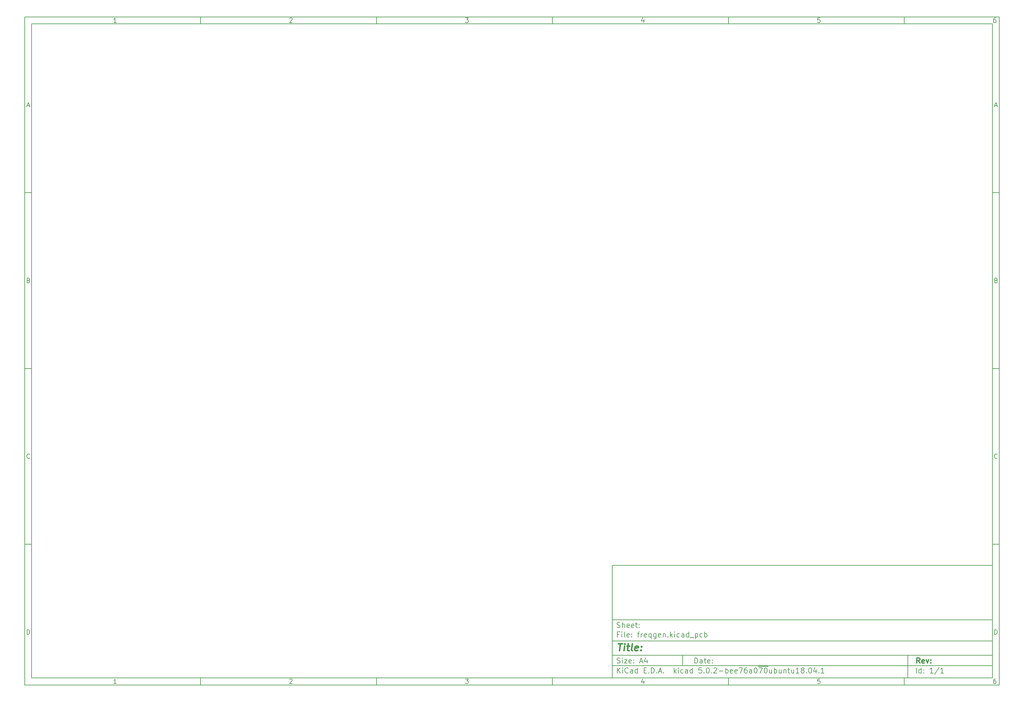
<source format=gbr>
G04 #@! TF.GenerationSoftware,KiCad,Pcbnew,5.0.2-bee76a0~70~ubuntu18.04.1*
G04 #@! TF.CreationDate,2019-03-06T00:46:13+05:30*
G04 #@! TF.ProjectId,freqgen,66726571-6765-46e2-9e6b-696361645f70,rev?*
G04 #@! TF.SameCoordinates,Original*
G04 #@! TF.FileFunction,Paste,Top*
G04 #@! TF.FilePolarity,Positive*
%FSLAX46Y46*%
G04 Gerber Fmt 4.6, Leading zero omitted, Abs format (unit mm)*
G04 Created by KiCad (PCBNEW 5.0.2-bee76a0~70~ubuntu18.04.1) date Wed Mar  6 00:46:13 2019*
%MOMM*%
%LPD*%
G01*
G04 APERTURE LIST*
%ADD10C,0.100000*%
%ADD11C,0.150000*%
%ADD12C,0.300000*%
%ADD13C,0.400000*%
G04 APERTURE END LIST*
D10*
D11*
X177002200Y-166007200D02*
X177002200Y-198007200D01*
X285002200Y-198007200D01*
X285002200Y-166007200D01*
X177002200Y-166007200D01*
D10*
D11*
X10000000Y-10000000D02*
X10000000Y-200007200D01*
X287002200Y-200007200D01*
X287002200Y-10000000D01*
X10000000Y-10000000D01*
D10*
D11*
X12000000Y-12000000D02*
X12000000Y-198007200D01*
X285002200Y-198007200D01*
X285002200Y-12000000D01*
X12000000Y-12000000D01*
D10*
D11*
X60000000Y-12000000D02*
X60000000Y-10000000D01*
D10*
D11*
X110000000Y-12000000D02*
X110000000Y-10000000D01*
D10*
D11*
X160000000Y-12000000D02*
X160000000Y-10000000D01*
D10*
D11*
X210000000Y-12000000D02*
X210000000Y-10000000D01*
D10*
D11*
X260000000Y-12000000D02*
X260000000Y-10000000D01*
D10*
D11*
X36065476Y-11588095D02*
X35322619Y-11588095D01*
X35694047Y-11588095D02*
X35694047Y-10288095D01*
X35570238Y-10473809D01*
X35446428Y-10597619D01*
X35322619Y-10659523D01*
D10*
D11*
X85322619Y-10411904D02*
X85384523Y-10350000D01*
X85508333Y-10288095D01*
X85817857Y-10288095D01*
X85941666Y-10350000D01*
X86003571Y-10411904D01*
X86065476Y-10535714D01*
X86065476Y-10659523D01*
X86003571Y-10845238D01*
X85260714Y-11588095D01*
X86065476Y-11588095D01*
D10*
D11*
X135260714Y-10288095D02*
X136065476Y-10288095D01*
X135632142Y-10783333D01*
X135817857Y-10783333D01*
X135941666Y-10845238D01*
X136003571Y-10907142D01*
X136065476Y-11030952D01*
X136065476Y-11340476D01*
X136003571Y-11464285D01*
X135941666Y-11526190D01*
X135817857Y-11588095D01*
X135446428Y-11588095D01*
X135322619Y-11526190D01*
X135260714Y-11464285D01*
D10*
D11*
X185941666Y-10721428D02*
X185941666Y-11588095D01*
X185632142Y-10226190D02*
X185322619Y-11154761D01*
X186127380Y-11154761D01*
D10*
D11*
X236003571Y-10288095D02*
X235384523Y-10288095D01*
X235322619Y-10907142D01*
X235384523Y-10845238D01*
X235508333Y-10783333D01*
X235817857Y-10783333D01*
X235941666Y-10845238D01*
X236003571Y-10907142D01*
X236065476Y-11030952D01*
X236065476Y-11340476D01*
X236003571Y-11464285D01*
X235941666Y-11526190D01*
X235817857Y-11588095D01*
X235508333Y-11588095D01*
X235384523Y-11526190D01*
X235322619Y-11464285D01*
D10*
D11*
X285941666Y-10288095D02*
X285694047Y-10288095D01*
X285570238Y-10350000D01*
X285508333Y-10411904D01*
X285384523Y-10597619D01*
X285322619Y-10845238D01*
X285322619Y-11340476D01*
X285384523Y-11464285D01*
X285446428Y-11526190D01*
X285570238Y-11588095D01*
X285817857Y-11588095D01*
X285941666Y-11526190D01*
X286003571Y-11464285D01*
X286065476Y-11340476D01*
X286065476Y-11030952D01*
X286003571Y-10907142D01*
X285941666Y-10845238D01*
X285817857Y-10783333D01*
X285570238Y-10783333D01*
X285446428Y-10845238D01*
X285384523Y-10907142D01*
X285322619Y-11030952D01*
D10*
D11*
X60000000Y-198007200D02*
X60000000Y-200007200D01*
D10*
D11*
X110000000Y-198007200D02*
X110000000Y-200007200D01*
D10*
D11*
X160000000Y-198007200D02*
X160000000Y-200007200D01*
D10*
D11*
X210000000Y-198007200D02*
X210000000Y-200007200D01*
D10*
D11*
X260000000Y-198007200D02*
X260000000Y-200007200D01*
D10*
D11*
X36065476Y-199595295D02*
X35322619Y-199595295D01*
X35694047Y-199595295D02*
X35694047Y-198295295D01*
X35570238Y-198481009D01*
X35446428Y-198604819D01*
X35322619Y-198666723D01*
D10*
D11*
X85322619Y-198419104D02*
X85384523Y-198357200D01*
X85508333Y-198295295D01*
X85817857Y-198295295D01*
X85941666Y-198357200D01*
X86003571Y-198419104D01*
X86065476Y-198542914D01*
X86065476Y-198666723D01*
X86003571Y-198852438D01*
X85260714Y-199595295D01*
X86065476Y-199595295D01*
D10*
D11*
X135260714Y-198295295D02*
X136065476Y-198295295D01*
X135632142Y-198790533D01*
X135817857Y-198790533D01*
X135941666Y-198852438D01*
X136003571Y-198914342D01*
X136065476Y-199038152D01*
X136065476Y-199347676D01*
X136003571Y-199471485D01*
X135941666Y-199533390D01*
X135817857Y-199595295D01*
X135446428Y-199595295D01*
X135322619Y-199533390D01*
X135260714Y-199471485D01*
D10*
D11*
X185941666Y-198728628D02*
X185941666Y-199595295D01*
X185632142Y-198233390D02*
X185322619Y-199161961D01*
X186127380Y-199161961D01*
D10*
D11*
X236003571Y-198295295D02*
X235384523Y-198295295D01*
X235322619Y-198914342D01*
X235384523Y-198852438D01*
X235508333Y-198790533D01*
X235817857Y-198790533D01*
X235941666Y-198852438D01*
X236003571Y-198914342D01*
X236065476Y-199038152D01*
X236065476Y-199347676D01*
X236003571Y-199471485D01*
X235941666Y-199533390D01*
X235817857Y-199595295D01*
X235508333Y-199595295D01*
X235384523Y-199533390D01*
X235322619Y-199471485D01*
D10*
D11*
X285941666Y-198295295D02*
X285694047Y-198295295D01*
X285570238Y-198357200D01*
X285508333Y-198419104D01*
X285384523Y-198604819D01*
X285322619Y-198852438D01*
X285322619Y-199347676D01*
X285384523Y-199471485D01*
X285446428Y-199533390D01*
X285570238Y-199595295D01*
X285817857Y-199595295D01*
X285941666Y-199533390D01*
X286003571Y-199471485D01*
X286065476Y-199347676D01*
X286065476Y-199038152D01*
X286003571Y-198914342D01*
X285941666Y-198852438D01*
X285817857Y-198790533D01*
X285570238Y-198790533D01*
X285446428Y-198852438D01*
X285384523Y-198914342D01*
X285322619Y-199038152D01*
D10*
D11*
X10000000Y-60000000D02*
X12000000Y-60000000D01*
D10*
D11*
X10000000Y-110000000D02*
X12000000Y-110000000D01*
D10*
D11*
X10000000Y-160000000D02*
X12000000Y-160000000D01*
D10*
D11*
X10690476Y-35216666D02*
X11309523Y-35216666D01*
X10566666Y-35588095D02*
X11000000Y-34288095D01*
X11433333Y-35588095D01*
D10*
D11*
X11092857Y-84907142D02*
X11278571Y-84969047D01*
X11340476Y-85030952D01*
X11402380Y-85154761D01*
X11402380Y-85340476D01*
X11340476Y-85464285D01*
X11278571Y-85526190D01*
X11154761Y-85588095D01*
X10659523Y-85588095D01*
X10659523Y-84288095D01*
X11092857Y-84288095D01*
X11216666Y-84350000D01*
X11278571Y-84411904D01*
X11340476Y-84535714D01*
X11340476Y-84659523D01*
X11278571Y-84783333D01*
X11216666Y-84845238D01*
X11092857Y-84907142D01*
X10659523Y-84907142D01*
D10*
D11*
X11402380Y-135464285D02*
X11340476Y-135526190D01*
X11154761Y-135588095D01*
X11030952Y-135588095D01*
X10845238Y-135526190D01*
X10721428Y-135402380D01*
X10659523Y-135278571D01*
X10597619Y-135030952D01*
X10597619Y-134845238D01*
X10659523Y-134597619D01*
X10721428Y-134473809D01*
X10845238Y-134350000D01*
X11030952Y-134288095D01*
X11154761Y-134288095D01*
X11340476Y-134350000D01*
X11402380Y-134411904D01*
D10*
D11*
X10659523Y-185588095D02*
X10659523Y-184288095D01*
X10969047Y-184288095D01*
X11154761Y-184350000D01*
X11278571Y-184473809D01*
X11340476Y-184597619D01*
X11402380Y-184845238D01*
X11402380Y-185030952D01*
X11340476Y-185278571D01*
X11278571Y-185402380D01*
X11154761Y-185526190D01*
X10969047Y-185588095D01*
X10659523Y-185588095D01*
D10*
D11*
X287002200Y-60000000D02*
X285002200Y-60000000D01*
D10*
D11*
X287002200Y-110000000D02*
X285002200Y-110000000D01*
D10*
D11*
X287002200Y-160000000D02*
X285002200Y-160000000D01*
D10*
D11*
X285692676Y-35216666D02*
X286311723Y-35216666D01*
X285568866Y-35588095D02*
X286002200Y-34288095D01*
X286435533Y-35588095D01*
D10*
D11*
X286095057Y-84907142D02*
X286280771Y-84969047D01*
X286342676Y-85030952D01*
X286404580Y-85154761D01*
X286404580Y-85340476D01*
X286342676Y-85464285D01*
X286280771Y-85526190D01*
X286156961Y-85588095D01*
X285661723Y-85588095D01*
X285661723Y-84288095D01*
X286095057Y-84288095D01*
X286218866Y-84350000D01*
X286280771Y-84411904D01*
X286342676Y-84535714D01*
X286342676Y-84659523D01*
X286280771Y-84783333D01*
X286218866Y-84845238D01*
X286095057Y-84907142D01*
X285661723Y-84907142D01*
D10*
D11*
X286404580Y-135464285D02*
X286342676Y-135526190D01*
X286156961Y-135588095D01*
X286033152Y-135588095D01*
X285847438Y-135526190D01*
X285723628Y-135402380D01*
X285661723Y-135278571D01*
X285599819Y-135030952D01*
X285599819Y-134845238D01*
X285661723Y-134597619D01*
X285723628Y-134473809D01*
X285847438Y-134350000D01*
X286033152Y-134288095D01*
X286156961Y-134288095D01*
X286342676Y-134350000D01*
X286404580Y-134411904D01*
D10*
D11*
X285661723Y-185588095D02*
X285661723Y-184288095D01*
X285971247Y-184288095D01*
X286156961Y-184350000D01*
X286280771Y-184473809D01*
X286342676Y-184597619D01*
X286404580Y-184845238D01*
X286404580Y-185030952D01*
X286342676Y-185278571D01*
X286280771Y-185402380D01*
X286156961Y-185526190D01*
X285971247Y-185588095D01*
X285661723Y-185588095D01*
D10*
D11*
X200434342Y-193785771D02*
X200434342Y-192285771D01*
X200791485Y-192285771D01*
X201005771Y-192357200D01*
X201148628Y-192500057D01*
X201220057Y-192642914D01*
X201291485Y-192928628D01*
X201291485Y-193142914D01*
X201220057Y-193428628D01*
X201148628Y-193571485D01*
X201005771Y-193714342D01*
X200791485Y-193785771D01*
X200434342Y-193785771D01*
X202577200Y-193785771D02*
X202577200Y-193000057D01*
X202505771Y-192857200D01*
X202362914Y-192785771D01*
X202077200Y-192785771D01*
X201934342Y-192857200D01*
X202577200Y-193714342D02*
X202434342Y-193785771D01*
X202077200Y-193785771D01*
X201934342Y-193714342D01*
X201862914Y-193571485D01*
X201862914Y-193428628D01*
X201934342Y-193285771D01*
X202077200Y-193214342D01*
X202434342Y-193214342D01*
X202577200Y-193142914D01*
X203077200Y-192785771D02*
X203648628Y-192785771D01*
X203291485Y-192285771D02*
X203291485Y-193571485D01*
X203362914Y-193714342D01*
X203505771Y-193785771D01*
X203648628Y-193785771D01*
X204720057Y-193714342D02*
X204577200Y-193785771D01*
X204291485Y-193785771D01*
X204148628Y-193714342D01*
X204077200Y-193571485D01*
X204077200Y-193000057D01*
X204148628Y-192857200D01*
X204291485Y-192785771D01*
X204577200Y-192785771D01*
X204720057Y-192857200D01*
X204791485Y-193000057D01*
X204791485Y-193142914D01*
X204077200Y-193285771D01*
X205434342Y-193642914D02*
X205505771Y-193714342D01*
X205434342Y-193785771D01*
X205362914Y-193714342D01*
X205434342Y-193642914D01*
X205434342Y-193785771D01*
X205434342Y-192857200D02*
X205505771Y-192928628D01*
X205434342Y-193000057D01*
X205362914Y-192928628D01*
X205434342Y-192857200D01*
X205434342Y-193000057D01*
D10*
D11*
X177002200Y-194507200D02*
X285002200Y-194507200D01*
D10*
D11*
X178434342Y-196585771D02*
X178434342Y-195085771D01*
X179291485Y-196585771D02*
X178648628Y-195728628D01*
X179291485Y-195085771D02*
X178434342Y-195942914D01*
X179934342Y-196585771D02*
X179934342Y-195585771D01*
X179934342Y-195085771D02*
X179862914Y-195157200D01*
X179934342Y-195228628D01*
X180005771Y-195157200D01*
X179934342Y-195085771D01*
X179934342Y-195228628D01*
X181505771Y-196442914D02*
X181434342Y-196514342D01*
X181220057Y-196585771D01*
X181077200Y-196585771D01*
X180862914Y-196514342D01*
X180720057Y-196371485D01*
X180648628Y-196228628D01*
X180577200Y-195942914D01*
X180577200Y-195728628D01*
X180648628Y-195442914D01*
X180720057Y-195300057D01*
X180862914Y-195157200D01*
X181077200Y-195085771D01*
X181220057Y-195085771D01*
X181434342Y-195157200D01*
X181505771Y-195228628D01*
X182791485Y-196585771D02*
X182791485Y-195800057D01*
X182720057Y-195657200D01*
X182577200Y-195585771D01*
X182291485Y-195585771D01*
X182148628Y-195657200D01*
X182791485Y-196514342D02*
X182648628Y-196585771D01*
X182291485Y-196585771D01*
X182148628Y-196514342D01*
X182077200Y-196371485D01*
X182077200Y-196228628D01*
X182148628Y-196085771D01*
X182291485Y-196014342D01*
X182648628Y-196014342D01*
X182791485Y-195942914D01*
X184148628Y-196585771D02*
X184148628Y-195085771D01*
X184148628Y-196514342D02*
X184005771Y-196585771D01*
X183720057Y-196585771D01*
X183577200Y-196514342D01*
X183505771Y-196442914D01*
X183434342Y-196300057D01*
X183434342Y-195871485D01*
X183505771Y-195728628D01*
X183577200Y-195657200D01*
X183720057Y-195585771D01*
X184005771Y-195585771D01*
X184148628Y-195657200D01*
X186005771Y-195800057D02*
X186505771Y-195800057D01*
X186720057Y-196585771D02*
X186005771Y-196585771D01*
X186005771Y-195085771D01*
X186720057Y-195085771D01*
X187362914Y-196442914D02*
X187434342Y-196514342D01*
X187362914Y-196585771D01*
X187291485Y-196514342D01*
X187362914Y-196442914D01*
X187362914Y-196585771D01*
X188077200Y-196585771D02*
X188077200Y-195085771D01*
X188434342Y-195085771D01*
X188648628Y-195157200D01*
X188791485Y-195300057D01*
X188862914Y-195442914D01*
X188934342Y-195728628D01*
X188934342Y-195942914D01*
X188862914Y-196228628D01*
X188791485Y-196371485D01*
X188648628Y-196514342D01*
X188434342Y-196585771D01*
X188077200Y-196585771D01*
X189577200Y-196442914D02*
X189648628Y-196514342D01*
X189577200Y-196585771D01*
X189505771Y-196514342D01*
X189577200Y-196442914D01*
X189577200Y-196585771D01*
X190220057Y-196157200D02*
X190934342Y-196157200D01*
X190077200Y-196585771D02*
X190577200Y-195085771D01*
X191077200Y-196585771D01*
X191577200Y-196442914D02*
X191648628Y-196514342D01*
X191577200Y-196585771D01*
X191505771Y-196514342D01*
X191577200Y-196442914D01*
X191577200Y-196585771D01*
X194577200Y-196585771D02*
X194577200Y-195085771D01*
X194720057Y-196014342D02*
X195148628Y-196585771D01*
X195148628Y-195585771D02*
X194577200Y-196157200D01*
X195791485Y-196585771D02*
X195791485Y-195585771D01*
X195791485Y-195085771D02*
X195720057Y-195157200D01*
X195791485Y-195228628D01*
X195862914Y-195157200D01*
X195791485Y-195085771D01*
X195791485Y-195228628D01*
X197148628Y-196514342D02*
X197005771Y-196585771D01*
X196720057Y-196585771D01*
X196577200Y-196514342D01*
X196505771Y-196442914D01*
X196434342Y-196300057D01*
X196434342Y-195871485D01*
X196505771Y-195728628D01*
X196577200Y-195657200D01*
X196720057Y-195585771D01*
X197005771Y-195585771D01*
X197148628Y-195657200D01*
X198434342Y-196585771D02*
X198434342Y-195800057D01*
X198362914Y-195657200D01*
X198220057Y-195585771D01*
X197934342Y-195585771D01*
X197791485Y-195657200D01*
X198434342Y-196514342D02*
X198291485Y-196585771D01*
X197934342Y-196585771D01*
X197791485Y-196514342D01*
X197720057Y-196371485D01*
X197720057Y-196228628D01*
X197791485Y-196085771D01*
X197934342Y-196014342D01*
X198291485Y-196014342D01*
X198434342Y-195942914D01*
X199791485Y-196585771D02*
X199791485Y-195085771D01*
X199791485Y-196514342D02*
X199648628Y-196585771D01*
X199362914Y-196585771D01*
X199220057Y-196514342D01*
X199148628Y-196442914D01*
X199077200Y-196300057D01*
X199077200Y-195871485D01*
X199148628Y-195728628D01*
X199220057Y-195657200D01*
X199362914Y-195585771D01*
X199648628Y-195585771D01*
X199791485Y-195657200D01*
X202362914Y-195085771D02*
X201648628Y-195085771D01*
X201577200Y-195800057D01*
X201648628Y-195728628D01*
X201791485Y-195657200D01*
X202148628Y-195657200D01*
X202291485Y-195728628D01*
X202362914Y-195800057D01*
X202434342Y-195942914D01*
X202434342Y-196300057D01*
X202362914Y-196442914D01*
X202291485Y-196514342D01*
X202148628Y-196585771D01*
X201791485Y-196585771D01*
X201648628Y-196514342D01*
X201577200Y-196442914D01*
X203077200Y-196442914D02*
X203148628Y-196514342D01*
X203077200Y-196585771D01*
X203005771Y-196514342D01*
X203077200Y-196442914D01*
X203077200Y-196585771D01*
X204077200Y-195085771D02*
X204220057Y-195085771D01*
X204362914Y-195157200D01*
X204434342Y-195228628D01*
X204505771Y-195371485D01*
X204577200Y-195657200D01*
X204577200Y-196014342D01*
X204505771Y-196300057D01*
X204434342Y-196442914D01*
X204362914Y-196514342D01*
X204220057Y-196585771D01*
X204077200Y-196585771D01*
X203934342Y-196514342D01*
X203862914Y-196442914D01*
X203791485Y-196300057D01*
X203720057Y-196014342D01*
X203720057Y-195657200D01*
X203791485Y-195371485D01*
X203862914Y-195228628D01*
X203934342Y-195157200D01*
X204077200Y-195085771D01*
X205220057Y-196442914D02*
X205291485Y-196514342D01*
X205220057Y-196585771D01*
X205148628Y-196514342D01*
X205220057Y-196442914D01*
X205220057Y-196585771D01*
X205862914Y-195228628D02*
X205934342Y-195157200D01*
X206077200Y-195085771D01*
X206434342Y-195085771D01*
X206577200Y-195157200D01*
X206648628Y-195228628D01*
X206720057Y-195371485D01*
X206720057Y-195514342D01*
X206648628Y-195728628D01*
X205791485Y-196585771D01*
X206720057Y-196585771D01*
X207362914Y-196014342D02*
X208505771Y-196014342D01*
X209220057Y-196585771D02*
X209220057Y-195085771D01*
X209220057Y-195657200D02*
X209362914Y-195585771D01*
X209648628Y-195585771D01*
X209791485Y-195657200D01*
X209862914Y-195728628D01*
X209934342Y-195871485D01*
X209934342Y-196300057D01*
X209862914Y-196442914D01*
X209791485Y-196514342D01*
X209648628Y-196585771D01*
X209362914Y-196585771D01*
X209220057Y-196514342D01*
X211148628Y-196514342D02*
X211005771Y-196585771D01*
X210720057Y-196585771D01*
X210577200Y-196514342D01*
X210505771Y-196371485D01*
X210505771Y-195800057D01*
X210577200Y-195657200D01*
X210720057Y-195585771D01*
X211005771Y-195585771D01*
X211148628Y-195657200D01*
X211220057Y-195800057D01*
X211220057Y-195942914D01*
X210505771Y-196085771D01*
X212434342Y-196514342D02*
X212291485Y-196585771D01*
X212005771Y-196585771D01*
X211862914Y-196514342D01*
X211791485Y-196371485D01*
X211791485Y-195800057D01*
X211862914Y-195657200D01*
X212005771Y-195585771D01*
X212291485Y-195585771D01*
X212434342Y-195657200D01*
X212505771Y-195800057D01*
X212505771Y-195942914D01*
X211791485Y-196085771D01*
X213005771Y-195085771D02*
X214005771Y-195085771D01*
X213362914Y-196585771D01*
X215220057Y-195085771D02*
X214934342Y-195085771D01*
X214791485Y-195157200D01*
X214720057Y-195228628D01*
X214577200Y-195442914D01*
X214505771Y-195728628D01*
X214505771Y-196300057D01*
X214577200Y-196442914D01*
X214648628Y-196514342D01*
X214791485Y-196585771D01*
X215077200Y-196585771D01*
X215220057Y-196514342D01*
X215291485Y-196442914D01*
X215362914Y-196300057D01*
X215362914Y-195942914D01*
X215291485Y-195800057D01*
X215220057Y-195728628D01*
X215077200Y-195657200D01*
X214791485Y-195657200D01*
X214648628Y-195728628D01*
X214577200Y-195800057D01*
X214505771Y-195942914D01*
X216648628Y-196585771D02*
X216648628Y-195800057D01*
X216577200Y-195657200D01*
X216434342Y-195585771D01*
X216148628Y-195585771D01*
X216005771Y-195657200D01*
X216648628Y-196514342D02*
X216505771Y-196585771D01*
X216148628Y-196585771D01*
X216005771Y-196514342D01*
X215934342Y-196371485D01*
X215934342Y-196228628D01*
X216005771Y-196085771D01*
X216148628Y-196014342D01*
X216505771Y-196014342D01*
X216648628Y-195942914D01*
X217648628Y-195085771D02*
X217791485Y-195085771D01*
X217934342Y-195157200D01*
X218005771Y-195228628D01*
X218077200Y-195371485D01*
X218148628Y-195657200D01*
X218148628Y-196014342D01*
X218077200Y-196300057D01*
X218005771Y-196442914D01*
X217934342Y-196514342D01*
X217791485Y-196585771D01*
X217648628Y-196585771D01*
X217505771Y-196514342D01*
X217434342Y-196442914D01*
X217362914Y-196300057D01*
X217291485Y-196014342D01*
X217291485Y-195657200D01*
X217362914Y-195371485D01*
X217434342Y-195228628D01*
X217505771Y-195157200D01*
X217648628Y-195085771D01*
X218434342Y-194677200D02*
X219862914Y-194677200D01*
X218648628Y-195085771D02*
X219648628Y-195085771D01*
X219005771Y-196585771D01*
X219862914Y-194677200D02*
X221291485Y-194677200D01*
X220505771Y-195085771D02*
X220648628Y-195085771D01*
X220791485Y-195157200D01*
X220862914Y-195228628D01*
X220934342Y-195371485D01*
X221005771Y-195657200D01*
X221005771Y-196014342D01*
X220934342Y-196300057D01*
X220862914Y-196442914D01*
X220791485Y-196514342D01*
X220648628Y-196585771D01*
X220505771Y-196585771D01*
X220362914Y-196514342D01*
X220291485Y-196442914D01*
X220220057Y-196300057D01*
X220148628Y-196014342D01*
X220148628Y-195657200D01*
X220220057Y-195371485D01*
X220291485Y-195228628D01*
X220362914Y-195157200D01*
X220505771Y-195085771D01*
X222291485Y-195585771D02*
X222291485Y-196585771D01*
X221648628Y-195585771D02*
X221648628Y-196371485D01*
X221720057Y-196514342D01*
X221862914Y-196585771D01*
X222077200Y-196585771D01*
X222220057Y-196514342D01*
X222291485Y-196442914D01*
X223005771Y-196585771D02*
X223005771Y-195085771D01*
X223005771Y-195657200D02*
X223148628Y-195585771D01*
X223434342Y-195585771D01*
X223577200Y-195657200D01*
X223648628Y-195728628D01*
X223720057Y-195871485D01*
X223720057Y-196300057D01*
X223648628Y-196442914D01*
X223577200Y-196514342D01*
X223434342Y-196585771D01*
X223148628Y-196585771D01*
X223005771Y-196514342D01*
X225005771Y-195585771D02*
X225005771Y-196585771D01*
X224362914Y-195585771D02*
X224362914Y-196371485D01*
X224434342Y-196514342D01*
X224577200Y-196585771D01*
X224791485Y-196585771D01*
X224934342Y-196514342D01*
X225005771Y-196442914D01*
X225720057Y-195585771D02*
X225720057Y-196585771D01*
X225720057Y-195728628D02*
X225791485Y-195657200D01*
X225934342Y-195585771D01*
X226148628Y-195585771D01*
X226291485Y-195657200D01*
X226362914Y-195800057D01*
X226362914Y-196585771D01*
X226862914Y-195585771D02*
X227434342Y-195585771D01*
X227077200Y-195085771D02*
X227077200Y-196371485D01*
X227148628Y-196514342D01*
X227291485Y-196585771D01*
X227434342Y-196585771D01*
X228577200Y-195585771D02*
X228577200Y-196585771D01*
X227934342Y-195585771D02*
X227934342Y-196371485D01*
X228005771Y-196514342D01*
X228148628Y-196585771D01*
X228362914Y-196585771D01*
X228505771Y-196514342D01*
X228577200Y-196442914D01*
X230077200Y-196585771D02*
X229220057Y-196585771D01*
X229648628Y-196585771D02*
X229648628Y-195085771D01*
X229505771Y-195300057D01*
X229362914Y-195442914D01*
X229220057Y-195514342D01*
X230934342Y-195728628D02*
X230791485Y-195657200D01*
X230720057Y-195585771D01*
X230648628Y-195442914D01*
X230648628Y-195371485D01*
X230720057Y-195228628D01*
X230791485Y-195157200D01*
X230934342Y-195085771D01*
X231220057Y-195085771D01*
X231362914Y-195157200D01*
X231434342Y-195228628D01*
X231505771Y-195371485D01*
X231505771Y-195442914D01*
X231434342Y-195585771D01*
X231362914Y-195657200D01*
X231220057Y-195728628D01*
X230934342Y-195728628D01*
X230791485Y-195800057D01*
X230720057Y-195871485D01*
X230648628Y-196014342D01*
X230648628Y-196300057D01*
X230720057Y-196442914D01*
X230791485Y-196514342D01*
X230934342Y-196585771D01*
X231220057Y-196585771D01*
X231362914Y-196514342D01*
X231434342Y-196442914D01*
X231505771Y-196300057D01*
X231505771Y-196014342D01*
X231434342Y-195871485D01*
X231362914Y-195800057D01*
X231220057Y-195728628D01*
X232148628Y-196442914D02*
X232220057Y-196514342D01*
X232148628Y-196585771D01*
X232077200Y-196514342D01*
X232148628Y-196442914D01*
X232148628Y-196585771D01*
X233148628Y-195085771D02*
X233291485Y-195085771D01*
X233434342Y-195157200D01*
X233505771Y-195228628D01*
X233577200Y-195371485D01*
X233648628Y-195657200D01*
X233648628Y-196014342D01*
X233577200Y-196300057D01*
X233505771Y-196442914D01*
X233434342Y-196514342D01*
X233291485Y-196585771D01*
X233148628Y-196585771D01*
X233005771Y-196514342D01*
X232934342Y-196442914D01*
X232862914Y-196300057D01*
X232791485Y-196014342D01*
X232791485Y-195657200D01*
X232862914Y-195371485D01*
X232934342Y-195228628D01*
X233005771Y-195157200D01*
X233148628Y-195085771D01*
X234934342Y-195585771D02*
X234934342Y-196585771D01*
X234577200Y-195014342D02*
X234220057Y-196085771D01*
X235148628Y-196085771D01*
X235720057Y-196442914D02*
X235791485Y-196514342D01*
X235720057Y-196585771D01*
X235648628Y-196514342D01*
X235720057Y-196442914D01*
X235720057Y-196585771D01*
X237220057Y-196585771D02*
X236362914Y-196585771D01*
X236791485Y-196585771D02*
X236791485Y-195085771D01*
X236648628Y-195300057D01*
X236505771Y-195442914D01*
X236362914Y-195514342D01*
D10*
D11*
X177002200Y-191507200D02*
X285002200Y-191507200D01*
D10*
D12*
X264411485Y-193785771D02*
X263911485Y-193071485D01*
X263554342Y-193785771D02*
X263554342Y-192285771D01*
X264125771Y-192285771D01*
X264268628Y-192357200D01*
X264340057Y-192428628D01*
X264411485Y-192571485D01*
X264411485Y-192785771D01*
X264340057Y-192928628D01*
X264268628Y-193000057D01*
X264125771Y-193071485D01*
X263554342Y-193071485D01*
X265625771Y-193714342D02*
X265482914Y-193785771D01*
X265197200Y-193785771D01*
X265054342Y-193714342D01*
X264982914Y-193571485D01*
X264982914Y-193000057D01*
X265054342Y-192857200D01*
X265197200Y-192785771D01*
X265482914Y-192785771D01*
X265625771Y-192857200D01*
X265697200Y-193000057D01*
X265697200Y-193142914D01*
X264982914Y-193285771D01*
X266197200Y-192785771D02*
X266554342Y-193785771D01*
X266911485Y-192785771D01*
X267482914Y-193642914D02*
X267554342Y-193714342D01*
X267482914Y-193785771D01*
X267411485Y-193714342D01*
X267482914Y-193642914D01*
X267482914Y-193785771D01*
X267482914Y-192857200D02*
X267554342Y-192928628D01*
X267482914Y-193000057D01*
X267411485Y-192928628D01*
X267482914Y-192857200D01*
X267482914Y-193000057D01*
D10*
D11*
X178362914Y-193714342D02*
X178577200Y-193785771D01*
X178934342Y-193785771D01*
X179077200Y-193714342D01*
X179148628Y-193642914D01*
X179220057Y-193500057D01*
X179220057Y-193357200D01*
X179148628Y-193214342D01*
X179077200Y-193142914D01*
X178934342Y-193071485D01*
X178648628Y-193000057D01*
X178505771Y-192928628D01*
X178434342Y-192857200D01*
X178362914Y-192714342D01*
X178362914Y-192571485D01*
X178434342Y-192428628D01*
X178505771Y-192357200D01*
X178648628Y-192285771D01*
X179005771Y-192285771D01*
X179220057Y-192357200D01*
X179862914Y-193785771D02*
X179862914Y-192785771D01*
X179862914Y-192285771D02*
X179791485Y-192357200D01*
X179862914Y-192428628D01*
X179934342Y-192357200D01*
X179862914Y-192285771D01*
X179862914Y-192428628D01*
X180434342Y-192785771D02*
X181220057Y-192785771D01*
X180434342Y-193785771D01*
X181220057Y-193785771D01*
X182362914Y-193714342D02*
X182220057Y-193785771D01*
X181934342Y-193785771D01*
X181791485Y-193714342D01*
X181720057Y-193571485D01*
X181720057Y-193000057D01*
X181791485Y-192857200D01*
X181934342Y-192785771D01*
X182220057Y-192785771D01*
X182362914Y-192857200D01*
X182434342Y-193000057D01*
X182434342Y-193142914D01*
X181720057Y-193285771D01*
X183077200Y-193642914D02*
X183148628Y-193714342D01*
X183077200Y-193785771D01*
X183005771Y-193714342D01*
X183077200Y-193642914D01*
X183077200Y-193785771D01*
X183077200Y-192857200D02*
X183148628Y-192928628D01*
X183077200Y-193000057D01*
X183005771Y-192928628D01*
X183077200Y-192857200D01*
X183077200Y-193000057D01*
X184862914Y-193357200D02*
X185577200Y-193357200D01*
X184720057Y-193785771D02*
X185220057Y-192285771D01*
X185720057Y-193785771D01*
X186862914Y-192785771D02*
X186862914Y-193785771D01*
X186505771Y-192214342D02*
X186148628Y-193285771D01*
X187077200Y-193285771D01*
D10*
D11*
X263434342Y-196585771D02*
X263434342Y-195085771D01*
X264791485Y-196585771D02*
X264791485Y-195085771D01*
X264791485Y-196514342D02*
X264648628Y-196585771D01*
X264362914Y-196585771D01*
X264220057Y-196514342D01*
X264148628Y-196442914D01*
X264077200Y-196300057D01*
X264077200Y-195871485D01*
X264148628Y-195728628D01*
X264220057Y-195657200D01*
X264362914Y-195585771D01*
X264648628Y-195585771D01*
X264791485Y-195657200D01*
X265505771Y-196442914D02*
X265577200Y-196514342D01*
X265505771Y-196585771D01*
X265434342Y-196514342D01*
X265505771Y-196442914D01*
X265505771Y-196585771D01*
X265505771Y-195657200D02*
X265577200Y-195728628D01*
X265505771Y-195800057D01*
X265434342Y-195728628D01*
X265505771Y-195657200D01*
X265505771Y-195800057D01*
X268148628Y-196585771D02*
X267291485Y-196585771D01*
X267720057Y-196585771D02*
X267720057Y-195085771D01*
X267577200Y-195300057D01*
X267434342Y-195442914D01*
X267291485Y-195514342D01*
X269862914Y-195014342D02*
X268577200Y-196942914D01*
X271148628Y-196585771D02*
X270291485Y-196585771D01*
X270720057Y-196585771D02*
X270720057Y-195085771D01*
X270577200Y-195300057D01*
X270434342Y-195442914D01*
X270291485Y-195514342D01*
D10*
D11*
X177002200Y-187507200D02*
X285002200Y-187507200D01*
D10*
D13*
X178714580Y-188211961D02*
X179857438Y-188211961D01*
X179036009Y-190211961D02*
X179286009Y-188211961D01*
X180274104Y-190211961D02*
X180440771Y-188878628D01*
X180524104Y-188211961D02*
X180416961Y-188307200D01*
X180500295Y-188402438D01*
X180607438Y-188307200D01*
X180524104Y-188211961D01*
X180500295Y-188402438D01*
X181107438Y-188878628D02*
X181869342Y-188878628D01*
X181476485Y-188211961D02*
X181262200Y-189926247D01*
X181333628Y-190116723D01*
X181512200Y-190211961D01*
X181702676Y-190211961D01*
X182655057Y-190211961D02*
X182476485Y-190116723D01*
X182405057Y-189926247D01*
X182619342Y-188211961D01*
X184190771Y-190116723D02*
X183988390Y-190211961D01*
X183607438Y-190211961D01*
X183428866Y-190116723D01*
X183357438Y-189926247D01*
X183452676Y-189164342D01*
X183571723Y-188973866D01*
X183774104Y-188878628D01*
X184155057Y-188878628D01*
X184333628Y-188973866D01*
X184405057Y-189164342D01*
X184381247Y-189354819D01*
X183405057Y-189545295D01*
X185155057Y-190021485D02*
X185238390Y-190116723D01*
X185131247Y-190211961D01*
X185047914Y-190116723D01*
X185155057Y-190021485D01*
X185131247Y-190211961D01*
X185286009Y-188973866D02*
X185369342Y-189069104D01*
X185262200Y-189164342D01*
X185178866Y-189069104D01*
X185286009Y-188973866D01*
X185262200Y-189164342D01*
D10*
D11*
X178934342Y-185600057D02*
X178434342Y-185600057D01*
X178434342Y-186385771D02*
X178434342Y-184885771D01*
X179148628Y-184885771D01*
X179720057Y-186385771D02*
X179720057Y-185385771D01*
X179720057Y-184885771D02*
X179648628Y-184957200D01*
X179720057Y-185028628D01*
X179791485Y-184957200D01*
X179720057Y-184885771D01*
X179720057Y-185028628D01*
X180648628Y-186385771D02*
X180505771Y-186314342D01*
X180434342Y-186171485D01*
X180434342Y-184885771D01*
X181791485Y-186314342D02*
X181648628Y-186385771D01*
X181362914Y-186385771D01*
X181220057Y-186314342D01*
X181148628Y-186171485D01*
X181148628Y-185600057D01*
X181220057Y-185457200D01*
X181362914Y-185385771D01*
X181648628Y-185385771D01*
X181791485Y-185457200D01*
X181862914Y-185600057D01*
X181862914Y-185742914D01*
X181148628Y-185885771D01*
X182505771Y-186242914D02*
X182577200Y-186314342D01*
X182505771Y-186385771D01*
X182434342Y-186314342D01*
X182505771Y-186242914D01*
X182505771Y-186385771D01*
X182505771Y-185457200D02*
X182577200Y-185528628D01*
X182505771Y-185600057D01*
X182434342Y-185528628D01*
X182505771Y-185457200D01*
X182505771Y-185600057D01*
X184148628Y-185385771D02*
X184720057Y-185385771D01*
X184362914Y-186385771D02*
X184362914Y-185100057D01*
X184434342Y-184957200D01*
X184577200Y-184885771D01*
X184720057Y-184885771D01*
X185220057Y-186385771D02*
X185220057Y-185385771D01*
X185220057Y-185671485D02*
X185291485Y-185528628D01*
X185362914Y-185457200D01*
X185505771Y-185385771D01*
X185648628Y-185385771D01*
X186720057Y-186314342D02*
X186577200Y-186385771D01*
X186291485Y-186385771D01*
X186148628Y-186314342D01*
X186077200Y-186171485D01*
X186077200Y-185600057D01*
X186148628Y-185457200D01*
X186291485Y-185385771D01*
X186577200Y-185385771D01*
X186720057Y-185457200D01*
X186791485Y-185600057D01*
X186791485Y-185742914D01*
X186077200Y-185885771D01*
X188077200Y-185385771D02*
X188077200Y-186885771D01*
X188077200Y-186314342D02*
X187934342Y-186385771D01*
X187648628Y-186385771D01*
X187505771Y-186314342D01*
X187434342Y-186242914D01*
X187362914Y-186100057D01*
X187362914Y-185671485D01*
X187434342Y-185528628D01*
X187505771Y-185457200D01*
X187648628Y-185385771D01*
X187934342Y-185385771D01*
X188077200Y-185457200D01*
X189434342Y-185385771D02*
X189434342Y-186600057D01*
X189362914Y-186742914D01*
X189291485Y-186814342D01*
X189148628Y-186885771D01*
X188934342Y-186885771D01*
X188791485Y-186814342D01*
X189434342Y-186314342D02*
X189291485Y-186385771D01*
X189005771Y-186385771D01*
X188862914Y-186314342D01*
X188791485Y-186242914D01*
X188720057Y-186100057D01*
X188720057Y-185671485D01*
X188791485Y-185528628D01*
X188862914Y-185457200D01*
X189005771Y-185385771D01*
X189291485Y-185385771D01*
X189434342Y-185457200D01*
X190720057Y-186314342D02*
X190577200Y-186385771D01*
X190291485Y-186385771D01*
X190148628Y-186314342D01*
X190077200Y-186171485D01*
X190077200Y-185600057D01*
X190148628Y-185457200D01*
X190291485Y-185385771D01*
X190577200Y-185385771D01*
X190720057Y-185457200D01*
X190791485Y-185600057D01*
X190791485Y-185742914D01*
X190077200Y-185885771D01*
X191434342Y-185385771D02*
X191434342Y-186385771D01*
X191434342Y-185528628D02*
X191505771Y-185457200D01*
X191648628Y-185385771D01*
X191862914Y-185385771D01*
X192005771Y-185457200D01*
X192077200Y-185600057D01*
X192077200Y-186385771D01*
X192791485Y-186242914D02*
X192862914Y-186314342D01*
X192791485Y-186385771D01*
X192720057Y-186314342D01*
X192791485Y-186242914D01*
X192791485Y-186385771D01*
X193505771Y-186385771D02*
X193505771Y-184885771D01*
X193648628Y-185814342D02*
X194077200Y-186385771D01*
X194077200Y-185385771D02*
X193505771Y-185957200D01*
X194720057Y-186385771D02*
X194720057Y-185385771D01*
X194720057Y-184885771D02*
X194648628Y-184957200D01*
X194720057Y-185028628D01*
X194791485Y-184957200D01*
X194720057Y-184885771D01*
X194720057Y-185028628D01*
X196077200Y-186314342D02*
X195934342Y-186385771D01*
X195648628Y-186385771D01*
X195505771Y-186314342D01*
X195434342Y-186242914D01*
X195362914Y-186100057D01*
X195362914Y-185671485D01*
X195434342Y-185528628D01*
X195505771Y-185457200D01*
X195648628Y-185385771D01*
X195934342Y-185385771D01*
X196077200Y-185457200D01*
X197362914Y-186385771D02*
X197362914Y-185600057D01*
X197291485Y-185457200D01*
X197148628Y-185385771D01*
X196862914Y-185385771D01*
X196720057Y-185457200D01*
X197362914Y-186314342D02*
X197220057Y-186385771D01*
X196862914Y-186385771D01*
X196720057Y-186314342D01*
X196648628Y-186171485D01*
X196648628Y-186028628D01*
X196720057Y-185885771D01*
X196862914Y-185814342D01*
X197220057Y-185814342D01*
X197362914Y-185742914D01*
X198720057Y-186385771D02*
X198720057Y-184885771D01*
X198720057Y-186314342D02*
X198577200Y-186385771D01*
X198291485Y-186385771D01*
X198148628Y-186314342D01*
X198077200Y-186242914D01*
X198005771Y-186100057D01*
X198005771Y-185671485D01*
X198077200Y-185528628D01*
X198148628Y-185457200D01*
X198291485Y-185385771D01*
X198577200Y-185385771D01*
X198720057Y-185457200D01*
X199077200Y-186528628D02*
X200220057Y-186528628D01*
X200577200Y-185385771D02*
X200577200Y-186885771D01*
X200577200Y-185457200D02*
X200720057Y-185385771D01*
X201005771Y-185385771D01*
X201148628Y-185457200D01*
X201220057Y-185528628D01*
X201291485Y-185671485D01*
X201291485Y-186100057D01*
X201220057Y-186242914D01*
X201148628Y-186314342D01*
X201005771Y-186385771D01*
X200720057Y-186385771D01*
X200577200Y-186314342D01*
X202577200Y-186314342D02*
X202434342Y-186385771D01*
X202148628Y-186385771D01*
X202005771Y-186314342D01*
X201934342Y-186242914D01*
X201862914Y-186100057D01*
X201862914Y-185671485D01*
X201934342Y-185528628D01*
X202005771Y-185457200D01*
X202148628Y-185385771D01*
X202434342Y-185385771D01*
X202577200Y-185457200D01*
X203220057Y-186385771D02*
X203220057Y-184885771D01*
X203220057Y-185457200D02*
X203362914Y-185385771D01*
X203648628Y-185385771D01*
X203791485Y-185457200D01*
X203862914Y-185528628D01*
X203934342Y-185671485D01*
X203934342Y-186100057D01*
X203862914Y-186242914D01*
X203791485Y-186314342D01*
X203648628Y-186385771D01*
X203362914Y-186385771D01*
X203220057Y-186314342D01*
D10*
D11*
X177002200Y-181507200D02*
X285002200Y-181507200D01*
D10*
D11*
X178362914Y-183614342D02*
X178577200Y-183685771D01*
X178934342Y-183685771D01*
X179077200Y-183614342D01*
X179148628Y-183542914D01*
X179220057Y-183400057D01*
X179220057Y-183257200D01*
X179148628Y-183114342D01*
X179077200Y-183042914D01*
X178934342Y-182971485D01*
X178648628Y-182900057D01*
X178505771Y-182828628D01*
X178434342Y-182757200D01*
X178362914Y-182614342D01*
X178362914Y-182471485D01*
X178434342Y-182328628D01*
X178505771Y-182257200D01*
X178648628Y-182185771D01*
X179005771Y-182185771D01*
X179220057Y-182257200D01*
X179862914Y-183685771D02*
X179862914Y-182185771D01*
X180505771Y-183685771D02*
X180505771Y-182900057D01*
X180434342Y-182757200D01*
X180291485Y-182685771D01*
X180077200Y-182685771D01*
X179934342Y-182757200D01*
X179862914Y-182828628D01*
X181791485Y-183614342D02*
X181648628Y-183685771D01*
X181362914Y-183685771D01*
X181220057Y-183614342D01*
X181148628Y-183471485D01*
X181148628Y-182900057D01*
X181220057Y-182757200D01*
X181362914Y-182685771D01*
X181648628Y-182685771D01*
X181791485Y-182757200D01*
X181862914Y-182900057D01*
X181862914Y-183042914D01*
X181148628Y-183185771D01*
X183077200Y-183614342D02*
X182934342Y-183685771D01*
X182648628Y-183685771D01*
X182505771Y-183614342D01*
X182434342Y-183471485D01*
X182434342Y-182900057D01*
X182505771Y-182757200D01*
X182648628Y-182685771D01*
X182934342Y-182685771D01*
X183077200Y-182757200D01*
X183148628Y-182900057D01*
X183148628Y-183042914D01*
X182434342Y-183185771D01*
X183577200Y-182685771D02*
X184148628Y-182685771D01*
X183791485Y-182185771D02*
X183791485Y-183471485D01*
X183862914Y-183614342D01*
X184005771Y-183685771D01*
X184148628Y-183685771D01*
X184648628Y-183542914D02*
X184720057Y-183614342D01*
X184648628Y-183685771D01*
X184577200Y-183614342D01*
X184648628Y-183542914D01*
X184648628Y-183685771D01*
X184648628Y-182757200D02*
X184720057Y-182828628D01*
X184648628Y-182900057D01*
X184577200Y-182828628D01*
X184648628Y-182757200D01*
X184648628Y-182900057D01*
D10*
D11*
X197002200Y-191507200D02*
X197002200Y-194507200D01*
D10*
D11*
X261002200Y-191507200D02*
X261002200Y-198007200D01*
M02*

</source>
